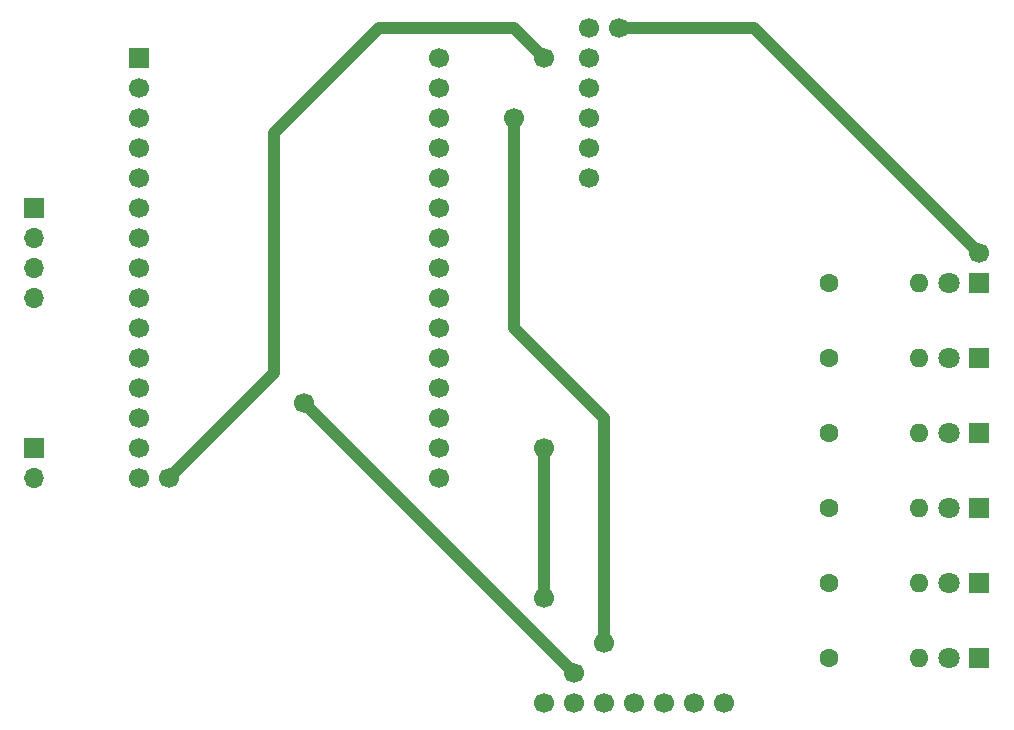
<source format=gbr>
%TF.GenerationSoftware,KiCad,Pcbnew,7.0.10*%
%TF.CreationDate,2024-04-22T12:45:59-04:00*%
%TF.ProjectId,ping_pong_esp32,70696e67-5f70-46f6-9e67-5f6573703332,rev?*%
%TF.SameCoordinates,Original*%
%TF.FileFunction,Copper,L1,Top*%
%TF.FilePolarity,Positive*%
%FSLAX46Y46*%
G04 Gerber Fmt 4.6, Leading zero omitted, Abs format (unit mm)*
G04 Created by KiCad (PCBNEW 7.0.10) date 2024-04-22 12:45:59*
%MOMM*%
%LPD*%
G01*
G04 APERTURE LIST*
%TA.AperFunction,ComponentPad*%
%ADD10C,1.800000*%
%TD*%
%TA.AperFunction,ComponentPad*%
%ADD11R,1.800000X1.800000*%
%TD*%
%TA.AperFunction,ComponentPad*%
%ADD12R,1.700000X1.700000*%
%TD*%
%TA.AperFunction,ComponentPad*%
%ADD13O,1.700000X1.700000*%
%TD*%
%TA.AperFunction,ComponentPad*%
%ADD14C,1.700000*%
%TD*%
%TA.AperFunction,ComponentPad*%
%ADD15C,1.600000*%
%TD*%
%TA.AperFunction,ComponentPad*%
%ADD16O,1.600000X1.600000*%
%TD*%
%TA.AperFunction,ViaPad*%
%ADD17C,1.700000*%
%TD*%
%TA.AperFunction,Conductor*%
%ADD18C,1.000000*%
%TD*%
G04 APERTURE END LIST*
D10*
%TO.P,D106,2,A*%
%TO.N,Net-(D106-A)*%
X85090000Y-35560000D03*
D11*
%TO.P,D106,1,K*%
%TO.N,GND*%
X87630000Y-35560000D03*
%TD*%
%TO.P,D105,1,K*%
%TO.N,GND*%
X87630000Y-41910000D03*
D10*
%TO.P,D105,2,A*%
%TO.N,Net-(D105-A)*%
X85090000Y-41910000D03*
%TD*%
D11*
%TO.P,D104,1,K*%
%TO.N,GND*%
X87630000Y-48260000D03*
D10*
%TO.P,D104,2,A*%
%TO.N,Net-(D104-A)*%
X85090000Y-48260000D03*
%TD*%
D11*
%TO.P,D103,1,K*%
%TO.N,GND*%
X87630000Y-54610000D03*
D10*
%TO.P,D103,2,A*%
%TO.N,Net-(D103-A)*%
X85090000Y-54610000D03*
%TD*%
D11*
%TO.P,D102,1,K*%
%TO.N,GND*%
X87630000Y-60960000D03*
D10*
%TO.P,D102,2,A*%
%TO.N,Net-(D102-A)*%
X85090000Y-60960000D03*
%TD*%
D12*
%TO.P,J102,1,Pin_1*%
%TO.N,GND*%
X7620000Y-49530000D03*
D13*
%TO.P,J102,2,Pin_2*%
%TO.N,5V*%
X7620000Y-52070000D03*
%TD*%
D12*
%TO.P,J101,1,Pin_1*%
%TO.N,SPI_SS*%
X7645000Y-29220000D03*
D13*
%TO.P,J101,2,Pin_2*%
%TO.N,SPI_SCLK*%
X7645000Y-31760000D03*
%TO.P,J101,3,Pin_3*%
%TO.N,SPI_MISO*%
X7645000Y-34300000D03*
%TO.P,J101,4,Pin_4*%
%TO.N,SPI_MOSI*%
X7645000Y-36840000D03*
%TD*%
D14*
%TO.P,U103,1,LRC*%
%TO.N,5V*%
X66040000Y-71120000D03*
%TO.P,U103,2,BCLK*%
%TO.N,GND*%
X63500000Y-71120000D03*
%TO.P,U103,3,DIN*%
%TO.N,unconnected-(U103-DIN-Pad3)*%
X60960000Y-71120000D03*
%TO.P,U103,4,GAIN*%
%TO.N,GND*%
X58420000Y-71120000D03*
%TO.P,U103,5,SD*%
%TO.N,DIN*%
X55880000Y-71120000D03*
%TO.P,U103,6,GND*%
%TO.N,BCLK*%
X53340000Y-71120000D03*
%TO.P,U103,7,Vin*%
%TO.N,LRC*%
X50800000Y-71120000D03*
%TD*%
D12*
%TO.P,U102,1,EN*%
%TO.N,unconnected-(U102-EN-Pad1)*%
X16510000Y-16510000D03*
D14*
%TO.P,U102,2,VP*%
%TO.N,unconnected-(U102-VP-Pad2)*%
X16510000Y-19050000D03*
%TO.P,U102,3,VN*%
%TO.N,unconnected-(U102-VN-Pad3)*%
X16510000Y-21590000D03*
%TO.P,U102,4,D34*%
%TO.N,unconnected-(U102-D34-Pad4)*%
X16510000Y-24130000D03*
%TO.P,U102,5,D35*%
%TO.N,unconnected-(U102-D35-Pad5)*%
X16510000Y-26670000D03*
%TO.P,U102,6,D32*%
%TO.N,SPI_SS*%
X16510000Y-29210000D03*
%TO.P,U102,7,D33*%
%TO.N,unconnected-(U102-D33-Pad7)*%
X16510000Y-31750000D03*
%TO.P,U102,8,D25*%
%TO.N,SPI_SCLK*%
X16510000Y-34290000D03*
%TO.P,U102,9,D26*%
%TO.N,SPI_MISO*%
X16510000Y-36830000D03*
%TO.P,U102,10,D27*%
%TO.N,SPI_MOSI*%
X16510000Y-39370000D03*
%TO.P,U102,11,D14*%
%TO.N,BCLK*%
X16510000Y-41910000D03*
%TO.P,U102,12,D12*%
%TO.N,Net-(U102-D12)*%
X16510000Y-44450000D03*
%TO.P,U102,13,D13*%
%TO.N,Net-(U102-D13)*%
X16510000Y-46990000D03*
%TO.P,U102,14,GND*%
%TO.N,GND*%
X16510000Y-49530000D03*
%TO.P,U102,15,VIN*%
%TO.N,5V*%
X16510000Y-52070000D03*
%TO.P,U102,16,3V3*%
%TO.N,unconnected-(U102-3V3-Pad16)*%
X41910000Y-52070000D03*
%TO.P,U102,17,GND*%
%TO.N,unconnected-(U102-GND-Pad17)*%
X41910000Y-49530000D03*
%TO.P,U102,18,D15*%
%TO.N,LRC*%
X41910000Y-46990000D03*
%TO.P,U102,19,D2*%
%TO.N,Net-(U102-D2)*%
X41910000Y-44450000D03*
%TO.P,U102,20,D4*%
%TO.N,Net-(U102-D4)*%
X41910000Y-41910000D03*
%TO.P,U102,21,D16*%
%TO.N,Net-(U102-D16)*%
X41910000Y-39370000D03*
%TO.P,U102,22,D17*%
%TO.N,Net-(U102-D17)*%
X41910000Y-36830000D03*
%TO.P,U102,23,D5*%
%TO.N,Net-(U101-CS)*%
X41910000Y-34290000D03*
%TO.P,U102,24,D18*%
%TO.N,Net-(U101-SCK)*%
X41910000Y-31750000D03*
%TO.P,U102,25,D19*%
%TO.N,Net-(U101-MISO)*%
X41910000Y-29210000D03*
%TO.P,U102,26,D21*%
%TO.N,unconnected-(U102-D21-Pad26)*%
X41910000Y-26670000D03*
%TO.P,U102,27,RX0*%
%TO.N,unconnected-(U102-RX0-Pad27)*%
X41910000Y-24130000D03*
%TO.P,U102,28,TX0*%
%TO.N,unconnected-(U102-TX0-Pad28)*%
X41910000Y-21590000D03*
%TO.P,U102,29,D22*%
%TO.N,DIN*%
X41910000Y-19050000D03*
%TO.P,U102,30,D23*%
%TO.N,Net-(U101-MOSI)*%
X41910000Y-16510000D03*
%TD*%
%TO.P,U101,1,CS*%
%TO.N,Net-(U101-CS)*%
X54610000Y-26670000D03*
%TO.P,U101,2,SCK*%
%TO.N,Net-(U101-SCK)*%
X54610000Y-24130000D03*
%TO.P,U101,3,MOSI*%
%TO.N,Net-(U101-MOSI)*%
X54610000Y-21590000D03*
%TO.P,U101,4,MISO*%
%TO.N,Net-(U101-MISO)*%
X54610000Y-19050000D03*
%TO.P,U101,5,VCC*%
%TO.N,5V*%
X54610000Y-16510000D03*
%TO.P,U101,6,GND*%
%TO.N,GND*%
X54610000Y-13970000D03*
%TD*%
D15*
%TO.P,R106,1*%
%TO.N,Net-(U102-D17)*%
X74930000Y-35560000D03*
D16*
%TO.P,R106,2*%
%TO.N,Net-(D106-A)*%
X82550000Y-35560000D03*
%TD*%
D15*
%TO.P,R105,1*%
%TO.N,Net-(U102-D16)*%
X74930000Y-41910000D03*
D16*
%TO.P,R105,2*%
%TO.N,Net-(D105-A)*%
X82550000Y-41910000D03*
%TD*%
D15*
%TO.P,R104,1*%
%TO.N,Net-(U102-D4)*%
X74930000Y-48260000D03*
D16*
%TO.P,R104,2*%
%TO.N,Net-(D104-A)*%
X82550000Y-48260000D03*
%TD*%
D15*
%TO.P,R103,1*%
%TO.N,Net-(U102-D2)*%
X74930000Y-54610000D03*
D16*
%TO.P,R103,2*%
%TO.N,Net-(D103-A)*%
X82550000Y-54610000D03*
%TD*%
D15*
%TO.P,R102,1*%
%TO.N,Net-(U102-D12)*%
X74930000Y-60960000D03*
D16*
%TO.P,R102,2*%
%TO.N,Net-(D102-A)*%
X82550000Y-60960000D03*
%TD*%
D15*
%TO.P,R101,1*%
%TO.N,Net-(U102-D13)*%
X74930000Y-67310000D03*
D16*
%TO.P,R101,2*%
%TO.N,Net-(D101-A)*%
X82550000Y-67310000D03*
%TD*%
D11*
%TO.P,D101,1,K*%
%TO.N,GND*%
X87630000Y-67310000D03*
D10*
%TO.P,D101,2,A*%
%TO.N,Net-(D101-A)*%
X85090000Y-67310000D03*
%TD*%
D17*
%TO.N,LRC*%
X50800000Y-49530000D03*
X50800000Y-62230000D03*
%TO.N,BCLK*%
X30480000Y-45720000D03*
X53340000Y-68580000D03*
%TO.N,5V*%
X19050000Y-52070000D03*
%TO.N,GND*%
X87630000Y-33020000D03*
X57150000Y-13970000D03*
%TO.N,5V*%
X50800000Y-16510000D03*
%TO.N,DIN*%
X48260000Y-21590000D03*
X55880000Y-66040000D03*
%TD*%
D18*
%TO.N,LRC*%
X50800000Y-49530000D02*
X50800000Y-62230000D01*
%TO.N,DIN*%
X55880000Y-46990000D02*
X48260000Y-39370000D01*
X48260000Y-39370000D02*
X48260000Y-21590000D01*
X55880000Y-66040000D02*
X55880000Y-46990000D01*
%TO.N,BCLK*%
X53340000Y-68580000D02*
X30480000Y-45720000D01*
%TO.N,5V*%
X27940000Y-43180000D02*
X19050000Y-52070000D01*
X36830000Y-13970000D02*
X27940000Y-22860000D01*
X27940000Y-22860000D02*
X27940000Y-43180000D01*
X48260000Y-13970000D02*
X36830000Y-13970000D01*
X50800000Y-16510000D02*
X48260000Y-13970000D01*
%TO.N,GND*%
X68580000Y-13970000D02*
X87630000Y-33020000D01*
X57150000Y-13970000D02*
X68580000Y-13970000D01*
%TO.N,SPI_SS*%
X16500000Y-29220000D02*
X16510000Y-29210000D01*
%TD*%
M02*

</source>
